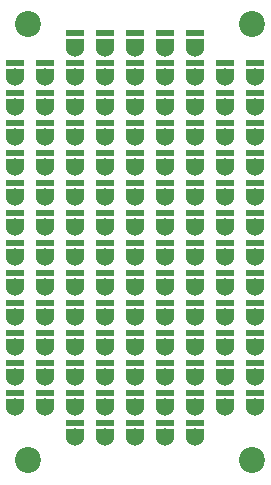
<source format=gbr>
%TF.GenerationSoftware,KiCad,Pcbnew,9.0.1*%
%TF.CreationDate,2025-05-07T00:25:03-04:00*%
%TF.ProjectId,protoplus,70726f74-6f70-46c7-9573-2e6b69636164,rev?*%
%TF.SameCoordinates,Original*%
%TF.FileFunction,Soldermask,Bot*%
%TF.FilePolarity,Negative*%
%FSLAX46Y46*%
G04 Gerber Fmt 4.6, Leading zero omitted, Abs format (unit mm)*
G04 Created by KiCad (PCBNEW 9.0.1) date 2025-05-07 00:25:03*
%MOMM*%
%LPD*%
G01*
G04 APERTURE LIST*
%ADD10R,1.524000X0.800000*%
%ADD11C,1.524000*%
%ADD12R,1.524000X0.600000*%
%ADD13C,2.200000*%
G04 APERTURE END LIST*
D10*
%TO.C,REF\u002A\u002A*%
X157440000Y-65520000D03*
D11*
X157440000Y-65920000D03*
D12*
X157440000Y-64720000D03*
%TD*%
D10*
%TO.C,REF\u002A\u002A*%
X144740000Y-70600000D03*
D11*
X144740000Y-71000000D03*
D12*
X144740000Y-69800000D03*
%TD*%
D10*
%TO.C,REF\u002A\u002A*%
X149820000Y-68060000D03*
D11*
X149820000Y-68460000D03*
D12*
X149820000Y-67260000D03*
%TD*%
D10*
%TO.C,REF\u002A\u002A*%
X149820000Y-60440000D03*
D11*
X149820000Y-60840000D03*
D12*
X149820000Y-59640000D03*
%TD*%
D10*
%TO.C,REF\u002A\u002A*%
X144740000Y-85840000D03*
D11*
X144740000Y-86240000D03*
D12*
X144740000Y-85040000D03*
%TD*%
D10*
%TO.C,REF\u002A\u002A*%
X157440000Y-62980000D03*
D11*
X157440000Y-63380000D03*
D12*
X157440000Y-62180000D03*
%TD*%
D13*
%TO.C,REF\u002A\u002A*%
X145775000Y-53775000D03*
%TD*%
D10*
%TO.C,REF\u002A\u002A*%
X162520000Y-65520000D03*
D11*
X162520000Y-65920000D03*
D12*
X162520000Y-64720000D03*
%TD*%
D10*
%TO.C,REF\u002A\u002A*%
X165060000Y-85840000D03*
D11*
X165060000Y-86240000D03*
D12*
X165060000Y-85040000D03*
%TD*%
D10*
%TO.C,REF\u002A\u002A*%
X157440000Y-57900000D03*
D11*
X157440000Y-58300000D03*
D12*
X157440000Y-57100000D03*
%TD*%
D10*
%TO.C,REF\u002A\u002A*%
X162520000Y-80760000D03*
D11*
X162520000Y-81160000D03*
D12*
X162520000Y-79960000D03*
%TD*%
D10*
%TO.C,REF\u002A\u002A*%
X154900000Y-70600000D03*
D11*
X154900000Y-71000000D03*
D12*
X154900000Y-69800000D03*
%TD*%
D10*
%TO.C,REF\u002A\u002A*%
X157440000Y-80760000D03*
D11*
X157440000Y-81160000D03*
D12*
X157440000Y-79960000D03*
%TD*%
D13*
%TO.C,REF\u002A\u002A*%
X145775000Y-90725000D03*
%TD*%
D10*
%TO.C,REF\u002A\u002A*%
X154895000Y-55365000D03*
D11*
X154895000Y-55765000D03*
D12*
X154895000Y-54565000D03*
%TD*%
D10*
%TO.C,REF\u002A\u002A*%
X159975000Y-55365000D03*
D11*
X159975000Y-55765000D03*
D12*
X159975000Y-54565000D03*
%TD*%
D10*
%TO.C,REF\u002A\u002A*%
X147280000Y-73140000D03*
D11*
X147280000Y-73540000D03*
D12*
X147280000Y-72340000D03*
%TD*%
D10*
%TO.C,REF\u002A\u002A*%
X154900000Y-65520000D03*
D11*
X154900000Y-65920000D03*
D12*
X154900000Y-64720000D03*
%TD*%
D10*
%TO.C,REF\u002A\u002A*%
X144740000Y-78220000D03*
D11*
X144740000Y-78620000D03*
D12*
X144740000Y-77420000D03*
%TD*%
D10*
%TO.C,REF\u002A\u002A*%
X154900000Y-88380000D03*
D11*
X154900000Y-88780000D03*
D12*
X154900000Y-87580000D03*
%TD*%
D10*
%TO.C,REF\u002A\u002A*%
X159980000Y-60440000D03*
D11*
X159980000Y-60840000D03*
D12*
X159980000Y-59640000D03*
%TD*%
D10*
%TO.C,REF\u002A\u002A*%
X159980000Y-85840000D03*
D11*
X159980000Y-86240000D03*
D12*
X159980000Y-85040000D03*
%TD*%
D10*
%TO.C,REF\u002A\u002A*%
X162520000Y-62980000D03*
D11*
X162520000Y-63380000D03*
D12*
X162520000Y-62180000D03*
%TD*%
D10*
%TO.C,REF\u002A\u002A*%
X162520000Y-60440000D03*
D11*
X162520000Y-60840000D03*
D12*
X162520000Y-59640000D03*
%TD*%
D10*
%TO.C,REF\u002A\u002A*%
X152360000Y-88380000D03*
D11*
X152360000Y-88780000D03*
D12*
X152360000Y-87580000D03*
%TD*%
D10*
%TO.C,REF\u002A\u002A*%
X154900000Y-60440000D03*
D11*
X154900000Y-60840000D03*
D12*
X154900000Y-59640000D03*
%TD*%
D10*
%TO.C,REF\u002A\u002A*%
X165060000Y-68060000D03*
D11*
X165060000Y-68460000D03*
D12*
X165060000Y-67260000D03*
%TD*%
D10*
%TO.C,REF\u002A\u002A*%
X149820000Y-57900000D03*
D11*
X149820000Y-58300000D03*
D12*
X149820000Y-57100000D03*
%TD*%
D10*
%TO.C,REF\u002A\u002A*%
X149820000Y-75680000D03*
D11*
X149820000Y-76080000D03*
D12*
X149820000Y-74880000D03*
%TD*%
D10*
%TO.C,REF\u002A\u002A*%
X165060000Y-70600000D03*
D11*
X165060000Y-71000000D03*
D12*
X165060000Y-69800000D03*
%TD*%
D10*
%TO.C,REF\u002A\u002A*%
X144740000Y-75680000D03*
D11*
X144740000Y-76080000D03*
D12*
X144740000Y-74880000D03*
%TD*%
D10*
%TO.C,REF\u002A\u002A*%
X157440000Y-78220000D03*
D11*
X157440000Y-78620000D03*
D12*
X157440000Y-77420000D03*
%TD*%
D10*
%TO.C,REF\u002A\u002A*%
X152360000Y-73140000D03*
D11*
X152360000Y-73540000D03*
D12*
X152360000Y-72340000D03*
%TD*%
D10*
%TO.C,REF\u002A\u002A*%
X165060000Y-78220000D03*
D11*
X165060000Y-78620000D03*
D12*
X165060000Y-77420000D03*
%TD*%
D10*
%TO.C,REF\u002A\u002A*%
X147280000Y-83300000D03*
D11*
X147280000Y-83700000D03*
D12*
X147280000Y-82500000D03*
%TD*%
D10*
%TO.C,REF\u002A\u002A*%
X159980000Y-57900000D03*
D11*
X159980000Y-58300000D03*
D12*
X159980000Y-57100000D03*
%TD*%
D10*
%TO.C,REF\u002A\u002A*%
X147280000Y-75680000D03*
D11*
X147280000Y-76080000D03*
D12*
X147280000Y-74880000D03*
%TD*%
D10*
%TO.C,REF\u002A\u002A*%
X159980000Y-65520000D03*
D11*
X159980000Y-65920000D03*
D12*
X159980000Y-64720000D03*
%TD*%
D10*
%TO.C,REF\u002A\u002A*%
X149820000Y-80760000D03*
D11*
X149820000Y-81160000D03*
D12*
X149820000Y-79960000D03*
%TD*%
D10*
%TO.C,REF\u002A\u002A*%
X152355000Y-55365000D03*
D11*
X152355000Y-55765000D03*
D12*
X152355000Y-54565000D03*
%TD*%
D10*
%TO.C,REF\u002A\u002A*%
X152360000Y-57900000D03*
D11*
X152360000Y-58300000D03*
D12*
X152360000Y-57100000D03*
%TD*%
D10*
%TO.C,REF\u002A\u002A*%
X159980000Y-75680000D03*
D11*
X159980000Y-76080000D03*
D12*
X159980000Y-74880000D03*
%TD*%
D10*
%TO.C,REF\u002A\u002A*%
X144740000Y-83300000D03*
D11*
X144740000Y-83700000D03*
D12*
X144740000Y-82500000D03*
%TD*%
D10*
%TO.C,REF\u002A\u002A*%
X147280000Y-57900000D03*
D11*
X147280000Y-58300000D03*
D12*
X147280000Y-57100000D03*
%TD*%
D10*
%TO.C,REF\u002A\u002A*%
X147280000Y-60440000D03*
D11*
X147280000Y-60840000D03*
D12*
X147280000Y-59640000D03*
%TD*%
D10*
%TO.C,REF\u002A\u002A*%
X165060000Y-75680000D03*
D11*
X165060000Y-76080000D03*
D12*
X165060000Y-74880000D03*
%TD*%
D10*
%TO.C,REF\u002A\u002A*%
X147280000Y-80760000D03*
D11*
X147280000Y-81160000D03*
D12*
X147280000Y-79960000D03*
%TD*%
D10*
%TO.C,REF\u002A\u002A*%
X162520000Y-75680000D03*
D11*
X162520000Y-76080000D03*
D12*
X162520000Y-74880000D03*
%TD*%
D10*
%TO.C,REF\u002A\u002A*%
X154900000Y-80760000D03*
D11*
X154900000Y-81160000D03*
D12*
X154900000Y-79960000D03*
%TD*%
D10*
%TO.C,REF\u002A\u002A*%
X144740000Y-73140000D03*
D11*
X144740000Y-73540000D03*
D12*
X144740000Y-72340000D03*
%TD*%
D10*
%TO.C,REF\u002A\u002A*%
X157435000Y-55365000D03*
D11*
X157435000Y-55765000D03*
D12*
X157435000Y-54565000D03*
%TD*%
D10*
%TO.C,REF\u002A\u002A*%
X165060000Y-60440000D03*
D11*
X165060000Y-60840000D03*
D12*
X165060000Y-59640000D03*
%TD*%
D10*
%TO.C,REF\u002A\u002A*%
X162520000Y-83300000D03*
D11*
X162520000Y-83700000D03*
D12*
X162520000Y-82500000D03*
%TD*%
D10*
%TO.C,REF\u002A\u002A*%
X144740000Y-57900000D03*
D11*
X144740000Y-58300000D03*
D12*
X144740000Y-57100000D03*
%TD*%
D10*
%TO.C,REF\u002A\u002A*%
X144740000Y-60440000D03*
D11*
X144740000Y-60840000D03*
D12*
X144740000Y-59640000D03*
%TD*%
D10*
%TO.C,REF\u002A\u002A*%
X159980000Y-88380000D03*
D11*
X159980000Y-88780000D03*
D12*
X159980000Y-87580000D03*
%TD*%
D10*
%TO.C,REF\u002A\u002A*%
X165060000Y-83300000D03*
D11*
X165060000Y-83700000D03*
D12*
X165060000Y-82500000D03*
%TD*%
D10*
%TO.C,REF\u002A\u002A*%
X159980000Y-73140000D03*
D11*
X159980000Y-73540000D03*
D12*
X159980000Y-72340000D03*
%TD*%
D10*
%TO.C,REF\u002A\u002A*%
X149820000Y-65520000D03*
D11*
X149820000Y-65920000D03*
D12*
X149820000Y-64720000D03*
%TD*%
D10*
%TO.C,REF\u002A\u002A*%
X147280000Y-78220000D03*
D11*
X147280000Y-78620000D03*
D12*
X147280000Y-77420000D03*
%TD*%
D13*
%TO.C,REF\u002A\u002A*%
X164725000Y-90725000D03*
%TD*%
D10*
%TO.C,REF\u002A\u002A*%
X149820000Y-85840000D03*
D11*
X149820000Y-86240000D03*
D12*
X149820000Y-85040000D03*
%TD*%
D10*
%TO.C,REF\u002A\u002A*%
X154900000Y-83300000D03*
D11*
X154900000Y-83700000D03*
D12*
X154900000Y-82500000D03*
%TD*%
D10*
%TO.C,REF\u002A\u002A*%
X147280000Y-62980000D03*
D11*
X147280000Y-63380000D03*
D12*
X147280000Y-62180000D03*
%TD*%
D10*
%TO.C,REF\u002A\u002A*%
X154900000Y-62980000D03*
D11*
X154900000Y-63380000D03*
D12*
X154900000Y-62180000D03*
%TD*%
D10*
%TO.C,REF\u002A\u002A*%
X149820000Y-70600000D03*
D11*
X149820000Y-71000000D03*
D12*
X149820000Y-69800000D03*
%TD*%
D10*
%TO.C,REF\u002A\u002A*%
X149820000Y-88380000D03*
D11*
X149820000Y-88780000D03*
D12*
X149820000Y-87580000D03*
%TD*%
D10*
%TO.C,REF\u002A\u002A*%
X144740000Y-68060000D03*
D11*
X144740000Y-68460000D03*
D12*
X144740000Y-67260000D03*
%TD*%
D10*
%TO.C,REF\u002A\u002A*%
X154900000Y-57900000D03*
D11*
X154900000Y-58300000D03*
D12*
X154900000Y-57100000D03*
%TD*%
D10*
%TO.C,REF\u002A\u002A*%
X157440000Y-83300000D03*
D11*
X157440000Y-83700000D03*
D12*
X157440000Y-82500000D03*
%TD*%
D13*
%TO.C,REF\u002A\u002A*%
X164725000Y-53775000D03*
%TD*%
D10*
%TO.C,REF\u002A\u002A*%
X144740000Y-65520000D03*
D11*
X144740000Y-65920000D03*
D12*
X144740000Y-64720000D03*
%TD*%
D10*
%TO.C,REF\u002A\u002A*%
X165060000Y-80760000D03*
D11*
X165060000Y-81160000D03*
D12*
X165060000Y-79960000D03*
%TD*%
D10*
%TO.C,REF\u002A\u002A*%
X152360000Y-83300000D03*
D11*
X152360000Y-83700000D03*
D12*
X152360000Y-82500000D03*
%TD*%
D10*
%TO.C,REF\u002A\u002A*%
X147280000Y-68060000D03*
D11*
X147280000Y-68460000D03*
D12*
X147280000Y-67260000D03*
%TD*%
D10*
%TO.C,REF\u002A\u002A*%
X152360000Y-78220000D03*
D11*
X152360000Y-78620000D03*
D12*
X152360000Y-77420000D03*
%TD*%
D10*
%TO.C,REF\u002A\u002A*%
X149815000Y-55365000D03*
D11*
X149815000Y-55765000D03*
D12*
X149815000Y-54565000D03*
%TD*%
D10*
%TO.C,REF\u002A\u002A*%
X149820000Y-78220000D03*
D11*
X149820000Y-78620000D03*
D12*
X149820000Y-77420000D03*
%TD*%
D10*
%TO.C,REF\u002A\u002A*%
X159980000Y-80760000D03*
D11*
X159980000Y-81160000D03*
D12*
X159980000Y-79960000D03*
%TD*%
D10*
%TO.C,REF\u002A\u002A*%
X159980000Y-62980000D03*
D11*
X159980000Y-63380000D03*
D12*
X159980000Y-62180000D03*
%TD*%
D10*
%TO.C,REF\u002A\u002A*%
X152360000Y-80760000D03*
D11*
X152360000Y-81160000D03*
D12*
X152360000Y-79960000D03*
%TD*%
D10*
%TO.C,REF\u002A\u002A*%
X159980000Y-78220000D03*
D11*
X159980000Y-78620000D03*
D12*
X159980000Y-77420000D03*
%TD*%
D10*
%TO.C,REF\u002A\u002A*%
X165060000Y-62980000D03*
D11*
X165060000Y-63380000D03*
D12*
X165060000Y-62180000D03*
%TD*%
D10*
%TO.C,REF\u002A\u002A*%
X157440000Y-68060000D03*
D11*
X157440000Y-68460000D03*
D12*
X157440000Y-67260000D03*
%TD*%
D10*
%TO.C,REF\u002A\u002A*%
X159980000Y-70600000D03*
D11*
X159980000Y-71000000D03*
D12*
X159980000Y-69800000D03*
%TD*%
D10*
%TO.C,REF\u002A\u002A*%
X152360000Y-68060000D03*
D11*
X152360000Y-68460000D03*
D12*
X152360000Y-67260000D03*
%TD*%
D10*
%TO.C,REF\u002A\u002A*%
X165060000Y-57900000D03*
D11*
X165060000Y-58300000D03*
D12*
X165060000Y-57100000D03*
%TD*%
D10*
%TO.C,REF\u002A\u002A*%
X157440000Y-75680000D03*
D11*
X157440000Y-76080000D03*
D12*
X157440000Y-74880000D03*
%TD*%
D10*
%TO.C,REF\u002A\u002A*%
X162520000Y-68060000D03*
D11*
X162520000Y-68460000D03*
D12*
X162520000Y-67260000D03*
%TD*%
D10*
%TO.C,REF\u002A\u002A*%
X147280000Y-70600000D03*
D11*
X147280000Y-71000000D03*
D12*
X147280000Y-69800000D03*
%TD*%
D10*
%TO.C,REF\u002A\u002A*%
X159980000Y-68060000D03*
D11*
X159980000Y-68460000D03*
D12*
X159980000Y-67260000D03*
%TD*%
D10*
%TO.C,REF\u002A\u002A*%
X152360000Y-85840000D03*
D11*
X152360000Y-86240000D03*
D12*
X152360000Y-85040000D03*
%TD*%
D10*
%TO.C,REF\u002A\u002A*%
X144740000Y-80760000D03*
D11*
X144740000Y-81160000D03*
D12*
X144740000Y-79960000D03*
%TD*%
D10*
%TO.C,REF\u002A\u002A*%
X154900000Y-85840000D03*
D11*
X154900000Y-86240000D03*
D12*
X154900000Y-85040000D03*
%TD*%
D10*
%TO.C,REF\u002A\u002A*%
X162520000Y-85840000D03*
D11*
X162520000Y-86240000D03*
D12*
X162520000Y-85040000D03*
%TD*%
D10*
%TO.C,REF\u002A\u002A*%
X149820000Y-62980000D03*
D11*
X149820000Y-63380000D03*
D12*
X149820000Y-62180000D03*
%TD*%
D10*
%TO.C,REF\u002A\u002A*%
X157440000Y-88380000D03*
D11*
X157440000Y-88780000D03*
D12*
X157440000Y-87580000D03*
%TD*%
D10*
%TO.C,REF\u002A\u002A*%
X154900000Y-68060000D03*
D11*
X154900000Y-68460000D03*
D12*
X154900000Y-67260000D03*
%TD*%
D10*
%TO.C,REF\u002A\u002A*%
X149820000Y-73140000D03*
D11*
X149820000Y-73540000D03*
D12*
X149820000Y-72340000D03*
%TD*%
D10*
%TO.C,REF\u002A\u002A*%
X154900000Y-78220000D03*
D11*
X154900000Y-78620000D03*
D12*
X154900000Y-77420000D03*
%TD*%
D10*
%TO.C,REF\u002A\u002A*%
X162520000Y-78220000D03*
D11*
X162520000Y-78620000D03*
D12*
X162520000Y-77420000D03*
%TD*%
D10*
%TO.C,REF\u002A\u002A*%
X162520000Y-70600000D03*
D11*
X162520000Y-71000000D03*
D12*
X162520000Y-69800000D03*
%TD*%
D10*
%TO.C,REF\u002A\u002A*%
X154900000Y-75680000D03*
D11*
X154900000Y-76080000D03*
D12*
X154900000Y-74880000D03*
%TD*%
D10*
%TO.C,REF\u002A\u002A*%
X152360000Y-65520000D03*
D11*
X152360000Y-65920000D03*
D12*
X152360000Y-64720000D03*
%TD*%
D10*
%TO.C,REF\u002A\u002A*%
X149820000Y-83300000D03*
D11*
X149820000Y-83700000D03*
D12*
X149820000Y-82500000D03*
%TD*%
D10*
%TO.C,REF\u002A\u002A*%
X152360000Y-70600000D03*
D11*
X152360000Y-71000000D03*
D12*
X152360000Y-69800000D03*
%TD*%
D10*
%TO.C,REF\u002A\u002A*%
X152360000Y-75680000D03*
D11*
X152360000Y-76080000D03*
D12*
X152360000Y-74880000D03*
%TD*%
D10*
%TO.C,REF\u002A\u002A*%
X152360000Y-60440000D03*
D11*
X152360000Y-60840000D03*
D12*
X152360000Y-59640000D03*
%TD*%
D10*
%TO.C,REF\u002A\u002A*%
X154900000Y-73140000D03*
D11*
X154900000Y-73540000D03*
D12*
X154900000Y-72340000D03*
%TD*%
D10*
%TO.C,REF\u002A\u002A*%
X157440000Y-70600000D03*
D11*
X157440000Y-71000000D03*
D12*
X157440000Y-69800000D03*
%TD*%
D10*
%TO.C,REF\u002A\u002A*%
X157440000Y-85840000D03*
D11*
X157440000Y-86240000D03*
D12*
X157440000Y-85040000D03*
%TD*%
D10*
%TO.C,REF\u002A\u002A*%
X159980000Y-83300000D03*
D11*
X159980000Y-83700000D03*
D12*
X159980000Y-82500000D03*
%TD*%
D10*
%TO.C,REF\u002A\u002A*%
X165060000Y-65520000D03*
D11*
X165060000Y-65920000D03*
D12*
X165060000Y-64720000D03*
%TD*%
D10*
%TO.C,REF\u002A\u002A*%
X147280000Y-85840000D03*
D11*
X147280000Y-86240000D03*
D12*
X147280000Y-85040000D03*
%TD*%
D10*
%TO.C,REF\u002A\u002A*%
X157440000Y-60440000D03*
D11*
X157440000Y-60840000D03*
D12*
X157440000Y-59640000D03*
%TD*%
D10*
%TO.C,REF\u002A\u002A*%
X165060000Y-73140000D03*
D11*
X165060000Y-73540000D03*
D12*
X165060000Y-72340000D03*
%TD*%
D10*
%TO.C,REF\u002A\u002A*%
X162520000Y-57900000D03*
D11*
X162520000Y-58300000D03*
D12*
X162520000Y-57100000D03*
%TD*%
D10*
%TO.C,REF\u002A\u002A*%
X157440000Y-73140000D03*
D11*
X157440000Y-73540000D03*
D12*
X157440000Y-72340000D03*
%TD*%
D10*
%TO.C,REF\u002A\u002A*%
X162520000Y-73140000D03*
D11*
X162520000Y-73540000D03*
D12*
X162520000Y-72340000D03*
%TD*%
D10*
%TO.C,REF\u002A\u002A*%
X147280000Y-65520000D03*
D11*
X147280000Y-65920000D03*
D12*
X147280000Y-64720000D03*
%TD*%
D10*
%TO.C,REF\u002A\u002A*%
X152360000Y-62980000D03*
D11*
X152360000Y-63380000D03*
D12*
X152360000Y-62180000D03*
%TD*%
D10*
%TO.C,REF\u002A\u002A*%
X144740000Y-62980000D03*
D11*
X144740000Y-63380000D03*
D12*
X144740000Y-62180000D03*
%TD*%
M02*

</source>
